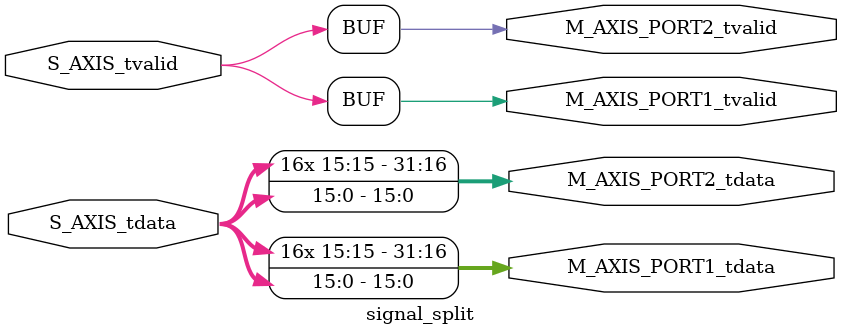
<source format=v>
`timescale 1ns / 1ps


module signal_split # 
(
    parameter ADC_DATA_WIDTH = 16,
    parameter AXIS_TDATA_WIDTH = 32
)
(
    (* X_INTERFACE_PARAMETER = "FREQ_HZ 125000000" *)
    input [AXIS_TDATA_WIDTH-1:0]        S_AXIS_tdata,
    input                               S_AXIS_tvalid,
    (* X_INTERFACE_PARAMETER = "FREQ_HZ 125000000" *)
    output wire [AXIS_TDATA_WIDTH-1:0]  M_AXIS_PORT1_tdata,
    output wire                         M_AXIS_PORT1_tvalid,
    (* X_INTERFACE_PARAMETER = "FREQ_HZ 125000000" *)
    output wire [AXIS_TDATA_WIDTH-1:0]  M_AXIS_PORT2_tdata,
    output wire                         M_AXIS_PORT2_tvalid
);
        
    assign M_AXIS_PORT1_tdata = {{(AXIS_TDATA_WIDTH-ADC_DATA_WIDTH+1){S_AXIS_tdata[ADC_DATA_WIDTH-1]}},S_AXIS_tdata[ADC_DATA_WIDTH-1:0]};
    assign M_AXIS_PORT2_tdata = {{(AXIS_TDATA_WIDTH-ADC_DATA_WIDTH+1){S_AXIS_tdata[ADC_DATA_WIDTH-1]}},S_AXIS_tdata[ADC_DATA_WIDTH-1:0]};
    assign M_AXIS_PORT1_tvalid = S_AXIS_tvalid;
    assign M_AXIS_PORT2_tvalid = S_AXIS_tvalid;

endmodule

</source>
